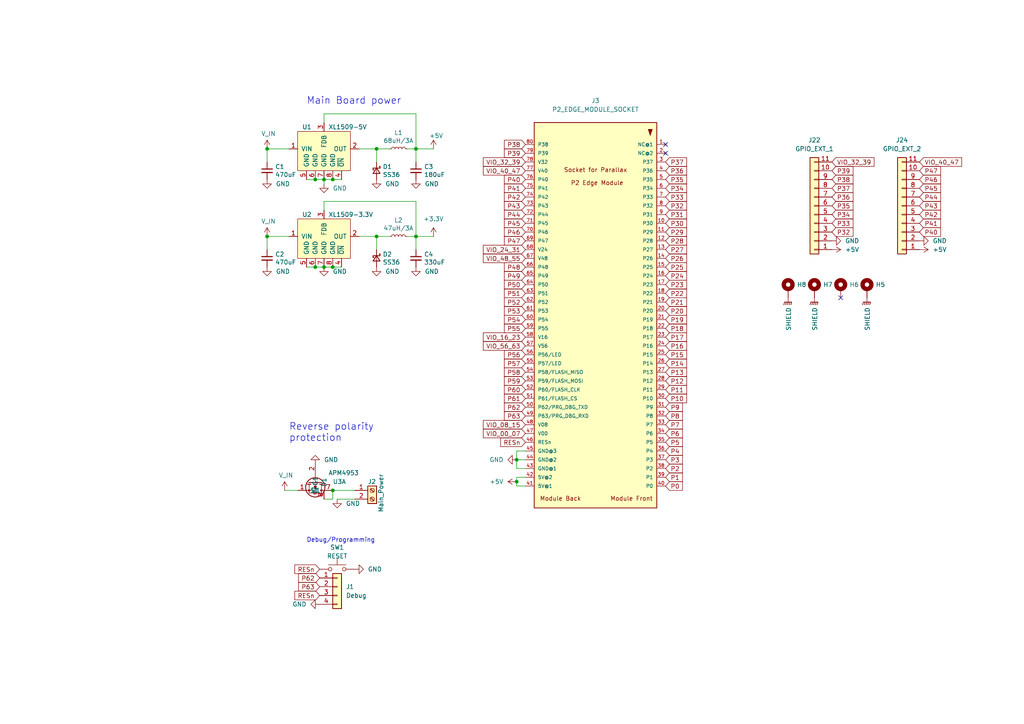
<source format=kicad_sch>
(kicad_sch (version 20230121) (generator eeschema)
  (paper "A4")
  (lib_symbols
    (symbol "Connector:Screw_Terminal_01x02" (pin_names (offset 1.016) hide)
      (property "Reference" "J" (at 0 2.54 0))
      (property "Value" "Screw_Terminal_01x02" (at 0 -5.08 0))
      (symbol "Screw_Terminal_01x02_1_1"
        (rectangle (start -1.27 1.27) (end 1.27 -3.81) (stroke (width 0.254)) (fill (type background)))
        (circle (center 0 -2.54) (radius 0.635) (stroke (width 0.1524)))
        (polyline (pts (xy -0.5334 -2.2098) (xy 0.3302 -3.048)) (stroke (width 0.1524)))
        (polyline (pts (xy -0.5334 0.3302) (xy 0.3302 -0.508)) (stroke (width 0.1524)))
        (polyline (pts (xy -0.3556 -2.032) (xy 0.508 -2.8702)) (stroke (width 0.1524)))
        (polyline (pts (xy -0.3556 0.508) (xy 0.508 -0.3302)) (stroke (width 0.1524)))
        (circle (center 0 0) (radius 0.635) (stroke (width 0.1524)))
        (pin passive line (at -5.08 0 0) (length 3.81) (name "Pin_1") (number "1"))
        (pin passive line (at -5.08 -2.54 0) (length 3.81) (name "Pin_2") (number "2"))
      )
    )
    (symbol "Connector_Generic:Conn_01x04" (pin_names (offset 1.016) hide)
      (property "Reference" "J" (at 0 5.08 0))
      (property "Value" "Conn_01x04" (at 0 -7.62 0))
      (symbol "Conn_01x04_1_1"
        (rectangle (start -1.27 -4.953) (end 0 -5.207) (stroke (width 0.1524)))
        (rectangle (start -1.27 -2.413) (end 0 -2.667) (stroke (width 0.1524)))
        (rectangle (start -1.27 0.127) (end 0 -0.127) (stroke (width 0.1524)))
        (rectangle (start -1.27 2.667) (end 0 2.413) (stroke (width 0.1524)))
        (rectangle (start -1.27 3.81) (end 1.27 -6.35) (stroke (width 0.254)) (fill (type background)))
        (pin passive line (at -5.08 2.54 0) (length 3.81) (name "Pin_1") (number "1"))
        (pin passive line (at -5.08 0 0) (length 3.81) (name "Pin_2") (number "2"))
        (pin passive line (at -5.08 -2.54 0) (length 3.81) (name "Pin_3") (number "3"))
        (pin passive line (at -5.08 -5.08 0) (length 3.81) (name "Pin_4") (number "4"))
      )
    )
    (symbol "Connector_Generic:Conn_01x11" (pin_names (offset 1.016) hide)
      (property "Reference" "J" (at 0 15.24 0))
      (property "Value" "Conn_01x11" (at 0 -15.24 0))
      (symbol "Conn_01x11_1_1"
        (rectangle (start -1.27 -12.573) (end 0 -12.827) (stroke (width 0.1524)))
        (rectangle (start -1.27 -10.033) (end 0 -10.287) (stroke (width 0.1524)))
        (rectangle (start -1.27 -7.493) (end 0 -7.747) (stroke (width 0.1524)))
        (rectangle (start -1.27 -4.953) (end 0 -5.207) (stroke (width 0.1524)))
        (rectangle (start -1.27 -2.413) (end 0 -2.667) (stroke (width 0.1524)))
        (rectangle (start -1.27 0.127) (end 0 -0.127) (stroke (width 0.1524)))
        (rectangle (start -1.27 2.667) (end 0 2.413) (stroke (width 0.1524)))
        (rectangle (start -1.27 5.207) (end 0 4.953) (stroke (width 0.1524)))
        (rectangle (start -1.27 7.747) (end 0 7.493) (stroke (width 0.1524)))
        (rectangle (start -1.27 10.287) (end 0 10.033) (stroke (width 0.1524)))
        (rectangle (start -1.27 12.827) (end 0 12.573) (stroke (width 0.1524)))
        (rectangle (start -1.27 13.97) (end 1.27 -13.97) (stroke (width 0.254)) (fill (type background)))
        (pin passive line (at -5.08 12.7 0) (length 3.81) (name "Pin_1") (number "1"))
        (pin passive line (at -5.08 -10.16 0) (length 3.81) (name "Pin_10") (number "10"))
        (pin passive line (at -5.08 -12.7 0) (length 3.81) (name "Pin_11") (number "11"))
        (pin passive line (at -5.08 10.16 0) (length 3.81) (name "Pin_2") (number "2"))
        (pin passive line (at -5.08 7.62 0) (length 3.81) (name "Pin_3") (number "3"))
        (pin passive line (at -5.08 5.08 0) (length 3.81) (name "Pin_4") (number "4"))
        (pin passive line (at -5.08 2.54 0) (length 3.81) (name "Pin_5") (number "5"))
        (pin passive line (at -5.08 0 0) (length 3.81) (name "Pin_6") (number "6"))
        (pin passive line (at -5.08 -2.54 0) (length 3.81) (name "Pin_7") (number "7"))
        (pin passive line (at -5.08 -5.08 0) (length 3.81) (name "Pin_8") (number "8"))
        (pin passive line (at -5.08 -7.62 0) (length 3.81) (name "Pin_9") (number "9"))
      )
    )
    (symbol "Device:C_Small" (pin_numbers hide) (pin_names (offset 0.254) hide)
      (property "Reference" "C" (at 0.254 1.778 0))
      (property "Value" "C_Small" (at 0.254 -2.032 0))
      (symbol "C_Small_0_1"
        (polyline (pts (xy -1.524 -0.508) (xy 1.524 -0.508)) (stroke (width 0.3302)))
        (polyline (pts (xy -1.524 0.508) (xy 1.524 0.508)) (stroke (width 0.3048)))
      )
      (symbol "C_Small_1_1"
        (pin passive line (at 0 2.54 270) (length 2.032) (name "~") (number "1"))
        (pin passive line (at 0 -2.54 90) (length 2.032) (name "~") (number "2"))
      )
    )
    (symbol "Device:D_Schottky_Small" (pin_numbers hide) (pin_names (offset 0.254) hide)
      (property "Reference" "D" (at -1.27 2.032 0))
      (property "Value" "D_Schottky_Small" (at -7.112 -2.032 0))
      (symbol "D_Schottky_Small_0_1"
        (polyline (pts (xy -0.762 0) (xy 0.762 0)))
        (polyline (pts (xy 0.762 -1.016) (xy -0.762 0) (xy 0.762 1.016) (xy 0.762 -1.016)) (stroke (width 0.254)))
        (polyline (pts (xy -1.27 0.762) (xy -1.27 1.016) (xy -0.762 1.016) (xy -0.762 -1.016) (xy -0.254 -1.016) (xy -0.254 -0.762)) (stroke (width 0.254)))
      )
      (symbol "D_Schottky_Small_1_1"
        (pin passive line (at -2.54 0 0) (length 1.778) (name "K") (number "1"))
        (pin passive line (at 2.54 0 180) (length 1.778) (name "A") (number "2"))
      )
    )
    (symbol "Device:L_Small" (pin_numbers hide) (pin_names (offset 0.254) hide)
      (property "Reference" "L" (at 0.762 1.016 0))
      (property "Value" "L_Small" (at 0.762 -1.016 0))
      (symbol "L_Small_0_1"
        (arc (start 0 -2.032) (mid 0.5058 -1.524) (end 0 -1.016))
        (arc (start 0 -1.016) (mid 0.5058 -0.508) (end 0 0))
        (arc (start 0 0) (mid 0.5058 0.508) (end 0 1.016))
        (arc (start 0 1.016) (mid 0.5058 1.524) (end 0 2.032))
      )
      (symbol "L_Small_1_1"
        (pin passive line (at 0 2.54 270) (length 0.508) (name "~") (number "1"))
        (pin passive line (at 0 -2.54 90) (length 0.508) (name "~") (number "2"))
      )
    )
    (symbol "Mechanical:MountingHole_Pad" (pin_numbers hide) (pin_names (offset 1.016) hide)
      (property "Reference" "H" (at 0 6.35 0))
      (property "Value" "MountingHole_Pad" (at 0 4.445 0))
      (symbol "MountingHole_Pad_0_1"
        (circle (center 0 1.27) (radius 1.27) (stroke (width 1.27)))
      )
      (symbol "MountingHole_Pad_1_1"
        (pin input line (at 0 -2.54 90) (length 2.54) (name "1") (number "1"))
      )
    )
    (symbol "P2_EDGE_MODULE_SOCKET:P2_EDGE_MODULE_SOCKET" (pin_names (offset 1.016))
      (property "Reference" "J" (at 0 0 0))
      (property "Value" "P2_EDGE_MODULE_SOCKET" (at 0 -2.54 0))
      (symbol "P2_EDGE_MODULE_SOCKET_0_0"
        (rectangle (start -17.78 -55.88) (end 17.78 55.88) (stroke (width 0.25)) (fill (type background)))
        (polyline (pts (xy 15.24 53.975) (xy 15.875 52.07) (xy 16.51 53.975) (xy 16.51 53.975) (xy 15.24 53.975)) (stroke (width 0.002)) (fill (type outline)))
        (text "Module Back" (at -16.16 -52.41 0) (effects (font (size 1.233 1.233)) (justify left top)))
        (text "Module Front" (at 4.27 -52.41 0) (effects (font (size 1.233 1.233)) (justify left top)))
        (text "P2 Edge Module" (at 0.479 39.133 0) (effects (font (size 1.233 1.233)) (justify top)))
        (text "Socket for Parallax " (at 0.479 42.906 0) (effects (font (size 1.233 1.233)) (justify top)))
        (pin no_connect line (at 20.32 49.53 180) (length 2.54) (name "NC@1") (number "1"))
        (pin bidirectional line (at 20.32 26.67 180) (length 2.54) (name "P30") (number "10"))
        (pin bidirectional line (at 20.32 24.13 180) (length 2.54) (name "P29") (number "11"))
        (pin bidirectional line (at 20.32 21.59 180) (length 2.54) (name "P28") (number "12"))
        (pin bidirectional line (at 20.32 19.05 180) (length 2.54) (name "P27") (number "13"))
        (pin bidirectional line (at 20.32 16.51 180) (length 2.54) (name "P26") (number "14"))
        (pin bidirectional line (at 20.32 13.97 180) (length 2.54) (name "P25") (number "15"))
        (pin bidirectional line (at 20.32 11.43 180) (length 2.54) (name "P24") (number "16"))
        (pin bidirectional line (at 20.32 8.89 180) (length 2.54) (name "P23") (number "17"))
        (pin bidirectional line (at 20.32 6.35 180) (length 2.54) (name "P22") (number "18"))
        (pin bidirectional line (at 20.32 3.81 180) (length 2.54) (name "P21") (number "19"))
        (pin no_connect line (at 20.32 46.99 180) (length 2.54) (name "NC@2") (number "2"))
        (pin bidirectional line (at 20.32 1.27 180) (length 2.54) (name "P20") (number "20"))
        (pin bidirectional line (at 20.32 -1.27 180) (length 2.54) (name "P19") (number "21"))
        (pin bidirectional line (at 20.32 -3.81 180) (length 2.54) (name "P18") (number "22"))
        (pin bidirectional line (at 20.32 -6.35 180) (length 2.54) (name "P17") (number "23"))
        (pin bidirectional line (at 20.32 -8.89 180) (length 2.54) (name "P16") (number "24"))
        (pin bidirectional line (at 20.32 -11.43 180) (length 2.54) (name "P15") (number "25"))
        (pin bidirectional line (at 20.32 -13.97 180) (length 2.54) (name "P14") (number "26"))
        (pin bidirectional line (at 20.32 -16.51 180) (length 2.54) (name "P13") (number "27"))
        (pin bidirectional line (at 20.32 -19.05 180) (length 2.54) (name "P12") (number "28"))
        (pin bidirectional line (at 20.32 -21.59 180) (length 2.54) (name "P11") (number "29"))
        (pin bidirectional line (at 20.32 44.45 180) (length 2.54) (name "P37") (number "3"))
        (pin bidirectional line (at 20.32 -24.13 180) (length 2.54) (name "P10") (number "30"))
        (pin bidirectional line (at 20.32 -26.67 180) (length 2.54) (name "P9") (number "31"))
        (pin bidirectional line (at 20.32 -29.21 180) (length 2.54) (name "P8") (number "32"))
        (pin bidirectional line (at 20.32 -31.75 180) (length 2.54) (name "P7") (number "33"))
        (pin bidirectional line (at 20.32 -34.29 180) (length 2.54) (name "P6") (number "34"))
        (pin bidirectional line (at 20.32 -36.83 180) (length 2.54) (name "P5") (number "35"))
        (pin bidirectional line (at 20.32 -39.37 180) (length 2.54) (name "P4") (number "36"))
        (pin bidirectional line (at 20.32 -41.91 180) (length 2.54) (name "P3") (number "37"))
        (pin bidirectional line (at 20.32 -44.45 180) (length 2.54) (name "P2") (number "38"))
        (pin bidirectional line (at 20.32 -46.99 180) (length 2.54) (name "P1") (number "39"))
        (pin bidirectional line (at 20.32 41.91 180) (length 2.54) (name "P36") (number "4"))
        (pin bidirectional line (at 20.32 -49.53 180) (length 2.54) (name "P0") (number "40"))
        (pin power_in line (at -20.32 -49.53 0) (length 2.54) (name "5V@1") (number "41"))
        (pin power_in line (at -20.32 -46.99 0) (length 2.54) (name "5V@2") (number "42"))
        (pin power_in line (at -20.32 -44.45 0) (length 2.54) (name "GND@1") (number "43"))
        (pin power_in line (at -20.32 -41.91 0) (length 2.54) (name "GND@2") (number "44"))
        (pin power_out line (at -20.32 -39.37 0) (length 2.54) (name "GND@3") (number "45"))
        (pin input line (at -20.32 -36.83 0) (length 2.54) (name "RESn") (number "46"))
        (pin power_out line (at -20.32 -34.29 0) (length 2.54) (name "V00") (number "47"))
        (pin power_out line (at -20.32 -31.75 0) (length 2.54) (name "V08") (number "48"))
        (pin input line (at -20.32 -29.21 0) (length 2.54) (name "P63/PRG_DBG_RXD") (number "49"))
        (pin bidirectional line (at 20.32 39.37 180) (length 2.54) (name "P35") (number "5"))
        (pin output line (at -20.32 -26.67 0) (length 2.54) (name "P62/PRG_DBG_TXD") (number "50"))
        (pin output line (at -20.32 -24.13 0) (length 2.54) (name "P61/FLASH_CS") (number "51"))
        (pin output line (at -20.32 -21.59 0) (length 2.54) (name "P60/FLASH_CLK") (number "52"))
        (pin output line (at -20.32 -19.05 0) (length 2.54) (name "P59/FLASH_MOSI") (number "53"))
        (pin input line (at -20.32 -16.51 0) (length 2.54) (name "P58/FLASH_MISO") (number "54"))
        (pin bidirectional line (at -20.32 -13.97 0) (length 2.54) (name "P57/LED") (number "55"))
        (pin bidirectional line (at -20.32 -11.43 0) (length 2.54) (name "P56/LED") (number "56"))
        (pin power_out line (at -20.32 -8.89 0) (length 2.54) (name "V56") (number "57"))
        (pin power_out line (at -20.32 -6.35 0) (length 2.54) (name "V16") (number "58"))
        (pin bidirectional line (at -20.32 -3.81 0) (length 2.54) (name "P55") (number "59"))
        (pin bidirectional line (at 20.32 36.83 180) (length 2.54) (name "P34") (number "6"))
        (pin bidirectional line (at -20.32 -1.27 0) (length 2.54) (name "P54") (number "60"))
        (pin bidirectional line (at -20.32 1.27 0) (length 2.54) (name "P53") (number "61"))
        (pin bidirectional line (at -20.32 3.81 0) (length 2.54) (name "P52") (number "62"))
        (pin bidirectional line (at -20.32 6.35 0) (length 2.54) (name "P51") (number "63"))
        (pin bidirectional line (at -20.32 8.89 0) (length 2.54) (name "P50") (number "64"))
        (pin bidirectional line (at -20.32 11.43 0) (length 2.54) (name "P49") (number "65"))
        (pin bidirectional line (at -20.32 13.97 0) (length 2.54) (name "P48") (number "66"))
        (pin power_out line (at -20.32 16.51 0) (length 2.54) (name "V48") (number "67"))
        (pin power_out line (at -20.32 19.05 0) (length 2.54) (name "V24") (number "68"))
        (pin bidirectional line (at -20.32 21.59 0) (length 2.54) (name "P47") (number "69"))
        (pin bidirectional line (at 20.32 34.29 180) (length 2.54) (name "P33") (number "7"))
        (pin bidirectional line (at -20.32 24.13 0) (length 2.54) (name "P46") (number "70"))
        (pin bidirectional line (at -20.32 26.67 0) (length 2.54) (name "P45") (number "71"))
        (pin bidirectional line (at -20.32 29.21 0) (length 2.54) (name "P44") (number "72"))
        (pin bidirectional line (at -20.32 31.75 0) (length 2.54) (name "P43") (number "73"))
        (pin bidirectional line (at -20.32 34.29 0) (length 2.54) (name "P42") (number "74"))
        (pin bidirectional line (at -20.32 36.83 0) (length 2.54) (name "P41") (number "75"))
        (pin bidirectional line (at -20.32 39.37 0) (length 2.54) (name "P40") (number "76"))
        (pin power_out line (at -20.32 41.91 0) (length 2.54) (name "V40") (number "77"))
        (pin power_out line (at -20.32 44.45 0) (length 2.54) (name "V32") (number "78"))
        (pin bidirectional line (at -20.32 46.99 0) (length 2.54) (name "P39") (number "79"))
        (pin bidirectional line (at 20.32 31.75 180) (length 2.54) (name "P32") (number "8"))
        (pin bidirectional line (at -20.32 49.53 0) (length 2.54) (name "P38") (number "80"))
        (pin bidirectional line (at 20.32 29.21 180) (length 2.54) (name "P31") (number "9"))
      )
    )
    (symbol "Switch:SW_Push" (pin_numbers hide) (pin_names (offset 1.016) hide)
      (property "Reference" "SW" (at 1.27 2.54 0))
      (property "Value" "SW_Push" (at 0 -1.524 0))
      (symbol "SW_Push_0_1"
        (circle (center -2.032 0) (radius 0.508))
        (polyline (pts (xy 0 1.27) (xy 0 3.048)))
        (polyline (pts (xy 2.54 1.27) (xy -2.54 1.27)))
        (circle (center 2.032 0) (radius 0.508))
        (pin passive line (at -5.08 0 0) (length 2.54) (name "1") (number "1"))
        (pin passive line (at 5.08 0 180) (length 2.54) (name "2") (number "2"))
      )
    )
    (symbol "Tensile_Board:APM4953" (pin_names (offset 1.016))
      (property "Reference" "U" (at 3.81 0 0))
      (property "Value" "APM4953" (at 6.35 -2.54 0))
      (symbol "APM4953_1_1"
        (circle (center -0.889 0) (radius 2.794) (stroke (width 0.254)))
        (circle (center 0 -1.778) (radius 0.254) (fill (type outline)))
        (polyline (pts (xy -2.286 0) (xy -5.08 0)))
        (polyline (pts (xy -2.286 1.905) (xy -2.286 -1.905)) (stroke (width 0.254)))
        (polyline (pts (xy -1.778 -1.27) (xy -1.778 -2.286)) (stroke (width 0.254)))
        (polyline (pts (xy -1.778 0.508) (xy -1.778 -0.508)) (stroke (width 0.254)))
        (polyline (pts (xy -1.778 2.286) (xy -1.778 1.27)) (stroke (width 0.254)))
        (polyline (pts (xy 0 2.54) (xy 0 1.778)))
        (polyline (pts (xy 0 -2.54) (xy 0 0) (xy -1.778 0)))
        (polyline (pts (xy -1.778 1.778) (xy 0.762 1.778) (xy 0.762 -1.778) (xy -1.778 -1.778)))
        (polyline (pts (xy -0.254 0) (xy -1.27 0.381) (xy -1.27 -0.381) (xy -0.254 0)) (fill (type outline)))
        (polyline (pts (xy 0.254 -0.508) (xy 0.381 -0.381) (xy 1.143 -0.381) (xy 1.27 -0.254)))
        (polyline (pts (xy 0.762 -0.381) (xy 0.381 0.254) (xy 1.143 0.254) (xy 0.762 -0.381)))
        (circle (center 0 1.778) (radius 0.254) (fill (type outline)))
        (pin passive line (at 0 -5.08 90) (length 2.54) (name "S1") (number "1"))
        (pin input line (at -7.62 0 0) (length 2.54) (name "G1") (number "2"))
        (pin passive line (at 0 5.08 270) (length 2.54) (name "D1") (number "7"))
        (pin passive line (at 2.54 2.54 180) (length 2.54) (name "D1") (number "8"))
      )
      (symbol "APM4953_2_1"
        (circle (center -0.889 0) (radius 2.794) (stroke (width 0.254)))
        (circle (center 0 -1.778) (radius 0.254) (fill (type outline)))
        (polyline (pts (xy -2.286 0) (xy -5.08 0)))
        (polyline (pts (xy -2.286 1.905) (xy -2.286 -1.905)) (stroke (width 0.254)))
        (polyline (pts (xy -1.778 -1.27) (xy -1.778 -2.286)) (stroke (width 0.254)))
        (polyline (pts (xy -1.778 0.508) (xy -1.778 -0.508)) (stroke (width 0.254)))
        (polyline (pts (xy -1.778 2.286) (xy -1.778 1.27)) (stroke (width 0.254)))
        (polyline (pts (xy 0 2.54) (xy 0 1.778)))
        (polyline (pts (xy 0 -2.54) (xy 0 0) (xy -1.778 0)))
        (polyline (pts (xy -1.778 1.778) (xy 0.762 1.778) (xy 0.762 -1.778) (xy -1.778 -1.778)))
        (polyline (pts (xy -0.254 0) (xy -1.27 0.381) (xy -1.27 -0.381) (xy -0.254 0)) (fill (type outline)))
        (polyline (pts (xy 0.254 -0.508) (xy 0.381 -0.381) (xy 1.143 -0.381) (xy 1.27 -0.254)))
        (polyline (pts (xy 0.762 -0.381) (xy 0.381 0.254) (xy 1.143 0.254) (xy 0.762 -0.381)))
        (circle (center 0 1.778) (radius 0.254) (fill (type outline)))
        (pin passive line (at 0 -5.08 90) (length 2.54) (name "S2") (number "3"))
        (pin input line (at -7.62 0 0) (length 2.54) (name "G2") (number "4"))
        (pin passive line (at 0 5.08 270) (length 2.54) (name "D2") (number "5"))
        (pin passive line (at 2.54 2.54 180) (length 2.54) (name "D2") (number "6"))
      )
    )
    (symbol "Tensile_Board:SHIELD" (power) (pin_names (offset 0))
      (property "Value" "SHIELD" (at 0 -3.302 0))
      (symbol "SHIELD_0_1"
        (polyline (pts (xy 0 -1.27) (xy 0 0)))
        (polyline (pts (xy -1.016 -1.27) (xy -1.27 -2.032) (xy -1.27 -2.032)) (stroke (width 0.2032)))
        (polyline (pts (xy -0.508 -1.27) (xy -0.762 -2.032) (xy -0.762 -2.032)) (stroke (width 0.2032)))
        (polyline (pts (xy 0 -1.27) (xy -0.254 -2.032) (xy -0.254 -2.032)) (stroke (width 0.2032)))
        (polyline (pts (xy 0.508 -1.27) (xy 0.254 -2.032) (xy 0.254 -2.032)) (stroke (width 0.2032)))
        (polyline (pts (xy 1.016 -1.27) (xy -1.016 -1.27) (xy -1.016 -1.27)) (stroke (width 0.2032)))
        (polyline (pts (xy 1.016 -1.27) (xy 0.762 -2.032) (xy 0.762 -2.032) (xy 0.762 -2.032)) (stroke (width 0.2032)))
      )
      (symbol "SHIELD_1_1"
        (pin power_in line (at 0 0 270) (length 0) hide (name "SHIELD") (number "1"))
      )
    )
    (symbol "Tensile_Board:V_IN" (power) (pin_names (offset 0))
      (property "Value" "V_IN" (at 0 3.556 0))
      (symbol "V_IN_0_1"
        (polyline (pts (xy -0.762 1.27) (xy 0 2.54)))
        (polyline (pts (xy 0 0) (xy 0 2.54)))
        (polyline (pts (xy 0 2.54) (xy 0.762 1.27)))
      )
      (symbol "V_IN_1_1"
        (pin power_in line (at 0 0 90) (length 0) hide (name "V_IN") (number "1"))
      )
    )
    (symbol "Tensile_Board:XL1509" (pin_names (offset 1.016))
      (property "Reference" "U" (at -6.35 6.35 0))
      (property "Value" "XL1509" (at 3.81 6.35 0))
      (symbol "XL1509_0_1"
        (rectangle (start -7.62 5.08) (end 7.62 -6.35) (fill (type background)))
      )
      (symbol "XL1509_1_1"
        (pin input line (at -10.16 0 0) (length 2.54) (name "VIN") (number "1"))
        (pin input line (at 10.16 0 180) (length 2.54) (name "OUT") (number "2"))
        (pin input line (at 0 7.62 270) (length 2.54) (name "FDB") (number "3"))
        (pin input line (at 5.08 -8.89 90) (length 2.54) (name "~{ON}") (number "4"))
        (pin input line (at -5.08 -8.89 90) (length 2.54) (name "GND") (number "5"))
        (pin input line (at -2.54 -8.89 90) (length 2.54) (name "GND") (number "6"))
        (pin input line (at 0 -8.89 90) (length 2.54) (name "GND") (number "7"))
        (pin input line (at 2.54 -8.89 90) (length 2.54) (name "GND") (number "8"))
      )
    )
    (symbol "power:+3.3V" (power) (pin_names (offset 0))
      (property "Value" "+3.3V" (at 0 3.556 0))
      (symbol "+3.3V_0_1"
        (polyline (pts (xy -0.762 1.27) (xy 0 2.54)))
        (polyline (pts (xy 0 0) (xy 0 2.54)))
        (polyline (pts (xy 0 2.54) (xy 0.762 1.27)))
      )
      (symbol "+3.3V_1_1"
        (pin power_in line (at 0 0 90) (length 0) hide (name "+3.3V") (number "1"))
      )
    )
    (symbol "power:+5V" (power) (pin_names (offset 0))
      (property "Value" "+5V" (at 0 3.556 0))
      (symbol "+5V_0_1"
        (polyline (pts (xy -0.762 1.27) (xy 0 2.54)))
        (polyline (pts (xy 0 0) (xy 0 2.54)))
        (polyline (pts (xy 0 2.54) (xy 0.762 1.27)))
      )
      (symbol "+5V_1_1"
        (pin power_in line (at 0 0 90) (length 0) hide (name "+5V") (number "1"))
      )
    )
    (symbol "power:GND" (power) (pin_names (offset 0))
      (property "Value" "GND" (at 0 -3.81 0))
      (symbol "GND_0_1"
        (polyline (pts (xy 0 0) (xy 0 -1.27) (xy 1.27 -1.27) (xy 0 -2.54) (xy -1.27 -1.27) (xy 0 -1.27)))
      )
      (symbol "GND_1_1"
        (pin power_in line (at 0 0 270) (length 0) hide (name "GND") (number "1"))
      )
    )
  )
  (junction (at 91.44 77.47))
  (junction (at 149.86 139.7))
  (junction (at 96.52 77.47))
  (junction (at 77.47 68.58))
  (junction (at 91.44 52.07))
  (junction (at 120.65 43.18))
  (junction (at 109.22 43.18))
  (junction (at 96.52 52.07))
  (junction (at 149.86 133.35))
  (junction (at 120.65 68.58))
  (junction (at 93.98 77.47))
  (junction (at 93.98 52.07))
  (junction (at 77.47 43.18))
  (junction (at 109.22 68.58))
  (junction (at 96.52 142.24))
  (no_connect (at 193.04 41.91))
  (no_connect (at 193.04 44.45))
  (no_connect (at 243.84 86.36))
  (wire (pts (xy 149.86 139.7) (xy 149.86 138.43)))
  (wire (pts (xy 96.52 144.78) (xy 96.52 142.24)))
  (wire (pts (xy 104.14 68.58) (xy 109.22 68.58)))
  (wire (pts (xy 96.52 142.24) (xy 102.87 142.24)))
  (wire (pts (xy 96.52 52.07) (xy 99.06 52.07)))
  (wire (pts (xy 97.79 144.78) (xy 102.87 144.78)))
  (wire (pts (xy 149.86 133.35) (xy 152.4 133.35)))
  (wire (pts (xy 93.98 52.07) (xy 96.52 52.07)))
  (wire (pts (xy 93.98 52.07) (xy 93.98 53.34)))
  (wire (pts (xy 120.65 68.58) (xy 125.73 68.58)))
  (wire (pts (xy 120.65 33.02) (xy 93.98 33.02)))
  (wire (pts (xy 149.86 133.35) (xy 149.86 135.89)))
  (wire (pts (xy 120.65 43.18) (xy 120.65 46.99)))
  (wire (pts (xy 149.86 140.97) (xy 152.4 140.97)))
  (wire (pts (xy 93.98 33.02) (xy 93.98 35.56)))
  (wire (pts (xy 109.22 43.18) (xy 109.22 46.99)))
  (wire (pts (xy 88.9 77.47) (xy 91.44 77.47)))
  (wire (pts (xy 91.44 52.07) (xy 93.98 52.07)))
  (wire (pts (xy 120.65 58.42) (xy 93.98 58.42)))
  (wire (pts (xy 88.9 52.07) (xy 91.44 52.07)))
  (wire (pts (xy 77.47 43.18) (xy 83.82 43.18)))
  (wire (pts (xy 109.22 43.18) (xy 113.03 43.18)))
  (wire (pts (xy 120.65 43.18) (xy 125.73 43.18)))
  (wire (pts (xy 93.98 77.47) (xy 96.52 77.47)))
  (wire (pts (xy 149.86 139.7) (xy 149.86 140.97)))
  (wire (pts (xy 118.11 43.18) (xy 120.65 43.18)))
  (wire (pts (xy 82.55 142.24) (xy 86.36 142.24)))
  (wire (pts (xy 118.11 68.58) (xy 120.65 68.58)))
  (wire (pts (xy 149.86 138.43) (xy 152.4 138.43)))
  (wire (pts (xy 120.65 68.58) (xy 120.65 72.39)))
  (wire (pts (xy 109.22 68.58) (xy 113.03 68.58)))
  (wire (pts (xy 149.86 130.81) (xy 152.4 130.81)))
  (wire (pts (xy 149.86 135.89) (xy 152.4 135.89)))
  (wire (pts (xy 77.47 68.58) (xy 83.82 68.58)))
  (wire (pts (xy 93.98 144.78) (xy 96.52 144.78)))
  (wire (pts (xy 93.98 58.42) (xy 93.98 60.96)))
  (wire (pts (xy 109.22 68.58) (xy 109.22 72.39)))
  (wire (pts (xy 149.86 133.35) (xy 149.86 130.81)))
  (wire (pts (xy 77.47 72.39) (xy 77.47 68.58)))
  (wire (pts (xy 91.44 77.47) (xy 93.98 77.47)))
  (wire (pts (xy 77.47 46.99) (xy 77.47 43.18)))
  (wire (pts (xy 96.52 77.47) (xy 99.06 77.47)))
  (wire (pts (xy 104.14 43.18) (xy 109.22 43.18)))
  (wire (pts (xy 120.65 33.02) (xy 120.65 43.18)))
  (wire (pts (xy 120.65 58.42) (xy 120.65 68.58)))
  (text "Debug/Programming" (at 88.9 157.48 0) (effects (font (size 1.27 1.27)) (justify left bottom)))
  (text "Main Board power" (at 88.9 30.48 0) (effects (font (size 2.0066 2.0066)) (justify left bottom)))
  (text "Reverse polarity\nprotection" (at 83.82 128.27 0) (effects (font (size 2.0066 2.0066)) (justify left bottom)))
  (global_label "P33" (shape input) (at 193.04 57.15 0) (property "Intersheetrefs" "${INTERSHEET_REFS}" (effects hide)))
  (global_label "P37" (shape input) (at 241.3 54.61 0) (property "Intersheetrefs" "${INTERSHEET_REFS}" (effects hide)))
  (global_label "P56" (shape input) (at 152.4 102.87 180) (property "Intersheetrefs" "${INTERSHEET_REFS}" (effects hide)))
  (global_label "P35" (shape input) (at 241.3 59.69 0) (property "Intersheetrefs" "${INTERSHEET_REFS}" (effects hide)))
  (global_label "VIO_48_55" (shape input) (at 152.4 74.93 180) (property "Intersheetrefs" "${INTERSHEET_REFS}" (effects hide)))
  (global_label "P45" (shape input) (at 266.7 54.61 0) (property "Intersheetrefs" "${INTERSHEET_REFS}" (effects hide)))
  (global_label "P41" (shape input) (at 266.7 64.77 0) (property "Intersheetrefs" "${INTERSHEET_REFS}" (effects hide)))
  (global_label "P36" (shape input) (at 241.3 57.15 0) (property "Intersheetrefs" "${INTERSHEET_REFS}" (effects hide)))
  (global_label "P54" (shape input) (at 152.4 92.71 180) (property "Intersheetrefs" "${INTERSHEET_REFS}" (effects hide)))
  (global_label "P22" (shape input) (at 193.04 85.09 0) (property "Intersheetrefs" "${INTERSHEET_REFS}" (effects hide)))
  (global_label "P34" (shape input) (at 241.3 62.23 0) (property "Intersheetrefs" "${INTERSHEET_REFS}" (effects hide)))
  (global_label "P48" (shape input) (at 152.4 77.47 180) (property "Intersheetrefs" "${INTERSHEET_REFS}" (effects hide)))
  (global_label "P11" (shape input) (at 193.04 113.03 0) (property "Intersheetrefs" "${INTERSHEET_REFS}" (effects hide)))
  (global_label "P34" (shape input) (at 193.04 54.61 0) (property "Intersheetrefs" "${INTERSHEET_REFS}" (effects hide)))
  (global_label "P63" (shape input) (at 152.4 120.65 180) (property "Intersheetrefs" "${INTERSHEET_REFS}" (effects hide)))
  (global_label "P19" (shape input) (at 193.04 92.71 0) (property "Intersheetrefs" "${INTERSHEET_REFS}" (effects hide)))
  (global_label "P53" (shape input) (at 152.4 90.17 180) (property "Intersheetrefs" "${INTERSHEET_REFS}" (effects hide)))
  (global_label "VIO_40_47" (shape input) (at 266.7 46.99 0) (property "Intersheetrefs" "${INTERSHEET_REFS}" (effects hide)))
  (global_label "P0" (shape input) (at 193.04 140.97 0) (property "Intersheetrefs" "${INTERSHEET_REFS}" (effects hide)))
  (global_label "P41" (shape input) (at 152.4 54.61 180) (property "Intersheetrefs" "${INTERSHEET_REFS}" (effects hide)))
  (global_label "P60" (shape input) (at 152.4 113.03 180) (property "Intersheetrefs" "${INTERSHEET_REFS}" (effects hide)))
  (global_label "P42" (shape input) (at 266.7 62.23 0) (property "Intersheetrefs" "${INTERSHEET_REFS}" (effects hide)))
  (global_label "P62" (shape input) (at 92.71 167.64 180) (property "Intersheetrefs" "${INTERSHEET_REFS}" (effects hide)))
  (global_label "P51" (shape input) (at 152.4 85.09 180) (property "Intersheetrefs" "${INTERSHEET_REFS}" (effects hide)))
  (global_label "P58" (shape input) (at 152.4 107.95 180) (property "Intersheetrefs" "${INTERSHEET_REFS}" (effects hide)))
  (global_label "P25" (shape input) (at 193.04 77.47 0) (property "Intersheetrefs" "${INTERSHEET_REFS}" (effects hide)))
  (global_label "P61" (shape input) (at 152.4 115.57 180) (property "Intersheetrefs" "${INTERSHEET_REFS}" (effects hide)))
  (global_label "RESn" (shape input) (at 152.4 128.27 180) (property "Intersheetrefs" "${INTERSHEET_REFS}" (effects hide)))
  (global_label "P18" (shape input) (at 193.04 95.25 0) (property "Intersheetrefs" "${INTERSHEET_REFS}" (effects hide)))
  (global_label "VIO_32_39" (shape input) (at 241.3 46.99 0) (property "Intersheetrefs" "${INTERSHEET_REFS}" (effects hide)))
  (global_label "P7" (shape input) (at 193.04 123.19 0) (property "Intersheetrefs" "${INTERSHEET_REFS}" (effects hide)))
  (global_label "P31" (shape input) (at 193.04 62.23 0) (property "Intersheetrefs" "${INTERSHEET_REFS}" (effects hide)))
  (global_label "P50" (shape input) (at 152.4 82.55 180) (property "Intersheetrefs" "${INTERSHEET_REFS}" (effects hide)))
  (global_label "P29" (shape input) (at 193.04 67.31 0) (property "Intersheetrefs" "${INTERSHEET_REFS}" (effects hide)))
  (global_label "P39" (shape input) (at 241.3 49.53 0) (property "Intersheetrefs" "${INTERSHEET_REFS}" (effects hide)))
  (global_label "RESn" (shape input) (at 92.71 172.72 180) (property "Intersheetrefs" "${INTERSHEET_REFS}" (effects hide)))
  (global_label "P52" (shape input) (at 152.4 87.63 180) (property "Intersheetrefs" "${INTERSHEET_REFS}" (effects hide)))
  (global_label "P8" (shape input) (at 193.04 120.65 0) (property "Intersheetrefs" "${INTERSHEET_REFS}" (effects hide)))
  (global_label "RESn" (shape input) (at 92.71 165.1 180) (property "Intersheetrefs" "${INTERSHEET_REFS}" (effects hide)))
  (global_label "P24" (shape input) (at 193.04 80.01 0) (property "Intersheetrefs" "${INTERSHEET_REFS}" (effects hide)))
  (global_label "P59" (shape input) (at 152.4 110.49 180) (property "Intersheetrefs" "${INTERSHEET_REFS}" (effects hide)))
  (global_label "P43" (shape input) (at 152.4 59.69 180) (property "Intersheetrefs" "${INTERSHEET_REFS}" (effects hide)))
  (global_label "P20" (shape input) (at 193.04 90.17 0) (property "Intersheetrefs" "${INTERSHEET_REFS}" (effects hide)))
  (global_label "P13" (shape input) (at 193.04 107.95 0) (property "Intersheetrefs" "${INTERSHEET_REFS}" (effects hide)))
  (global_label "P44" (shape input) (at 266.7 57.15 0) (property "Intersheetrefs" "${INTERSHEET_REFS}" (effects hide)))
  (global_label "VIO_56_63" (shape input) (at 152.4 100.33 180) (property "Intersheetrefs" "${INTERSHEET_REFS}" (effects hide)))
  (global_label "P35" (shape input) (at 193.04 52.07 0) (property "Intersheetrefs" "${INTERSHEET_REFS}" (effects hide)))
  (global_label "P38" (shape input) (at 241.3 52.07 0) (property "Intersheetrefs" "${INTERSHEET_REFS}" (effects hide)))
  (global_label "VIO_16_23" (shape input) (at 152.4 97.79 180) (property "Intersheetrefs" "${INTERSHEET_REFS}" (effects hide)))
  (global_label "P30" (shape input) (at 193.04 64.77 0) (property "Intersheetrefs" "${INTERSHEET_REFS}" (effects hide)))
  (global_label "P46" (shape input) (at 266.7 52.07 0) (property "Intersheetrefs" "${INTERSHEET_REFS}" (effects hide)))
  (global_label "P15" (shape input) (at 193.04 102.87 0) (property "Intersheetrefs" "${INTERSHEET_REFS}" (effects hide)))
  (global_label "P28" (shape input) (at 193.04 69.85 0) (property "Intersheetrefs" "${INTERSHEET_REFS}" (effects hide)))
  (global_label "P9" (shape input) (at 193.04 118.11 0) (property "Intersheetrefs" "${INTERSHEET_REFS}" (effects hide)))
  (global_label "P12" (shape input) (at 193.04 110.49 0) (property "Intersheetrefs" "${INTERSHEET_REFS}" (effects hide)))
  (global_label "P21" (shape input) (at 193.04 87.63 0) (property "Intersheetrefs" "${INTERSHEET_REFS}" (effects hide)))
  (global_label "P42" (shape input) (at 152.4 57.15 180) (property "Intersheetrefs" "${INTERSHEET_REFS}" (effects hide)))
  (global_label "P26" (shape input) (at 193.04 74.93 0) (property "Intersheetrefs" "${INTERSHEET_REFS}" (effects hide)))
  (global_label "P37" (shape input) (at 193.04 46.99 0) (property "Intersheetrefs" "${INTERSHEET_REFS}" (effects hide)))
  (global_label "P62" (shape input) (at 152.4 118.11 180) (property "Intersheetrefs" "${INTERSHEET_REFS}" (effects hide)))
  (global_label "VIO_32_39" (shape input) (at 152.4 46.99 180) (property "Intersheetrefs" "${INTERSHEET_REFS}" (effects hide)))
  (global_label "P32" (shape input) (at 193.04 59.69 0) (property "Intersheetrefs" "${INTERSHEET_REFS}" (effects hide)))
  (global_label "P38" (shape input) (at 152.4 41.91 180) (property "Intersheetrefs" "${INTERSHEET_REFS}" (effects hide)))
  (global_label "P17" (shape input) (at 193.04 97.79 0) (property "Intersheetrefs" "${INTERSHEET_REFS}" (effects hide)))
  (global_label "P10" (shape input) (at 193.04 115.57 0) (property "Intersheetrefs" "${INTERSHEET_REFS}" (effects hide)))
  (global_label "P46" (shape input) (at 152.4 67.31 180) (property "Intersheetrefs" "${INTERSHEET_REFS}" (effects hide)))
  (global_label "P43" (shape input) (at 266.7 59.69 0) (property "Intersheetrefs" "${INTERSHEET_REFS}" (effects hide)))
  (global_label "P2" (shape input) (at 193.04 135.89 0) (property "Intersheetrefs" "${INTERSHEET_REFS}" (effects hide)))
  (global_label "P49" (shape input) (at 152.4 80.01 180) (property "Intersheetrefs" "${INTERSHEET_REFS}" (effects hide)))
  (global_label "P14" (shape input) (at 193.04 105.41 0) (property "Intersheetrefs" "${INTERSHEET_REFS}" (effects hide)))
  (global_label "P39" (shape input) (at 152.4 44.45 180) (property "Intersheetrefs" "${INTERSHEET_REFS}" (effects hide)))
  (global_label "P3" (shape input) (at 193.04 133.35 0) (property "Intersheetrefs" "${INTERSHEET_REFS}" (effects hide)))
  (global_label "P4" (shape input) (at 193.04 130.81 0) (property "Intersheetrefs" "${INTERSHEET_REFS}" (effects hide)))
  (global_label "P47" (shape input) (at 152.4 69.85 180) (property "Intersheetrefs" "${INTERSHEET_REFS}" (effects hide)))
  (global_label "P44" (shape input) (at 152.4 62.23 180) (property "Intersheetrefs" "${INTERSHEET_REFS}" (effects hide)))
  (global_label "P40" (shape input) (at 266.7 67.31 0) (property "Intersheetrefs" "${INTERSHEET_REFS}" (effects hide)))
  (global_label "VIO_00_07" (shape input) (at 152.4 125.73 180) (property "Intersheetrefs" "${INTERSHEET_REFS}" (effects hide)))
  (global_label "P40" (shape input) (at 152.4 52.07 180) (property "Intersheetrefs" "${INTERSHEET_REFS}" (effects hide)))
  (global_label "P57" (shape input) (at 152.4 105.41 180) (property "Intersheetrefs" "${INTERSHEET_REFS}" (effects hide)))
  (global_label "P47" (shape input) (at 266.7 49.53 0) (property "Intersheetrefs" "${INTERSHEET_REFS}" (effects hide)))
  (global_label "P55" (shape input) (at 152.4 95.25 180) (property "Intersheetrefs" "${INTERSHEET_REFS}" (effects hide)))
  (global_label "P23" (shape input) (at 193.04 82.55 0) (property "Intersheetrefs" "${INTERSHEET_REFS}" (effects hide)))
  (global_label "P1" (shape input) (at 193.04 138.43 0) (property "Intersheetrefs" "${INTERSHEET_REFS}" (effects hide)))
  (global_label "VIO_24_31" (shape input) (at 152.4 72.39 180) (property "Intersheetrefs" "${INTERSHEET_REFS}" (effects hide)))
  (global_label "P33" (shape input) (at 241.3 64.77 0) (property "Intersheetrefs" "${INTERSHEET_REFS}" (effects hide)))
  (global_label "P5" (shape input) (at 193.04 128.27 0) (property "Intersheetrefs" "${INTERSHEET_REFS}" (effects hide)))
  (global_label "P6" (shape input) (at 193.04 125.73 0) (property "Intersheetrefs" "${INTERSHEET_REFS}" (effects hide)))
  (global_label "P27" (shape input) (at 193.04 72.39 0) (property "Intersheetrefs" "${INTERSHEET_REFS}" (effects hide)))
  (global_label "VIO_40_47" (shape input) (at 152.4 49.53 180) (property "Intersheetrefs" "${INTERSHEET_REFS}" (effects hide)))
  (global_label "P16" (shape input) (at 193.04 100.33 0) (property "Intersheetrefs" "${INTERSHEET_REFS}" (effects hide)))
  (global_label "P32" (shape input) (at 241.3 67.31 0) (property "Intersheetrefs" "${INTERSHEET_REFS}" (effects hide)))
  (global_label "P45" (shape input) (at 152.4 64.77 180) (property "Intersheetrefs" "${INTERSHEET_REFS}" (effects hide)))
  (global_label "VIO_08_15" (shape input) (at 152.4 123.19 180) (property "Intersheetrefs" "${INTERSHEET_REFS}" (effects hide)))
  (global_label "P63" (shape input) (at 92.71 170.18 180) (property "Intersheetrefs" "${INTERSHEET_REFS}" (effects hide)))
  (global_label "P36" (shape input) (at 193.04 49.53 0) (property "Intersheetrefs" "${INTERSHEET_REFS}" (effects hide)))
  (symbol (lib_id "Connector:Screw_Terminal_01x02") (at 107.95 142.24 0) (unit 1)
    (property "Reference" "J2" (at 106.68 139.7 0) (effects (justify left)))
    (property "Value" "Main_Power" (at 110.49 148.59 90) (effects (justify left)))
    (property "Footprint" "70553-0106:705530106" (effects hide))
    (property "Datasheet" "https://www.molex.com/pdm_docs/sd/705530106_sd.pdf" (effects hide))
    (property "Description" "Connector Header Through Hole, Right Angle 2 position 0.100\" (2.54mm)" (effects hide))
    (property "MANUFACTURER" "Molex" (effects hide))
    (property "Manufacturer_Part_Number" "0705530106" (effects hide))
    (property "DIGIKEY" "WM4153-ND" (effects hide))
    (property "LCSC" "C5333422" (effects hide))
    (property "manufacturer_1" "CJT(Changjiang Connectors)" (effects hide))
    (property "manufacturer_part_number_1" "A2547WR-2P" (effects hide))
    (property "Qty Bought" "4 - lcsc" (effects hide))
  )
  (symbol (lib_id "Mechanical:MountingHole_Pad") (at 251.46 83.82 0) (unit 1)
    (property "Reference" "H5" (at 254 82.5499 0) (effects (justify left)))
    (property "Value" "MountingHole_Pad" (effects hide))
    (property "Footprint" "MountingHole:MountingHole_4mm_Pad" (effects hide))
    (property "MANUFACTURER" "DNP" (effects hide))
    (property "Manufacturer_Part_Number" "DNP" (effects hide))
    (property "LCSC" "DNP" (effects hide))
    (property "manufacturer_1" "DNP" (effects hide))
    (property "manufacturer_part_number_1" "DNP" (effects hide))
    (property "Qty Bought" "NA" (effects hide))
  )
  (symbol (lib_id "Mechanical:MountingHole_Pad") (at 228.6 83.82 0) (unit 1)
    (property "Reference" "H8" (at 231.14 82.5499 0) (effects (justify left)))
    (property "Value" "MountingHole_Pad" (effects hide))
    (property "Footprint" "MountingHole:MountingHole_4mm_Pad" (effects hide))
    (property "MANUFACTURER" "DNP" (effects hide))
    (property "Manufacturer_Part_Number" "DNP" (effects hide))
    (property "LCSC" "DNP" (effects hide))
    (property "manufacturer_1" "DNP" (effects hide))
    (property "manufacturer_part_number_1" "DNP" (effects hide))
    (property "Qty Bought" "NA" (effects hide))
  )
  (symbol (lib_id "power:+5V") (at 241.3 72.39 270) (unit 1)
    (property "Reference" "#PWR0175" (effects hide))
    (property "Value" "+5V" (at 245.11 72.3899 90) (effects (justify left)))
  )
  (symbol (lib_id "power:GND") (at 120.65 52.07 0) (unit 1)
    (property "Reference" "#PWR0107" (effects hide))
    (property "Value" "GND" (at 123.19 53.3399 0) (effects (justify left)))
  )
  (symbol (lib_id "Device:L_Small") (at 115.57 43.18 90) (unit 1)
    (property "Reference" "L1" (at 115.57 38.481 90))
    (property "Value" "68uH/3A" (at 115.57 40.7924 90))
    (property "Footprint" "Inductor_SMD:L_10.4x10.4_H4.8" (effects hide))
    (property "Datasheet" "https://www.bourns.com/docs/Product-Datasheets/SRP1038A.pdf" (effects hide))
    (property "Description" "FIXED IND 47UH 3A 167 MOHM SMD" (effects hide))
    (property "Height" "4.00mm" (effects hide))
    (property "MANUFACTURER" "Bourns Inc." (effects hide))
    (property "Manufacturer_Part_Number" "SRP1038A-470M" (effects hide))
    (property "DIGIKEY" "SRP1038A-470MCT-ND" (effects hide))
    (property "LCSC" "C408492" (effects hide))
    (property "manufacturer_1" "Sunlord" (effects hide))
    (property "manufacturer_part_number_1" "MWSA1004S-680MT" (effects hide))
    (property "Qty Bought" "5 -lcsc" (effects hide))
  )
  (symbol (lib_id "Connector_Generic:Conn_01x04") (at 97.79 170.18 0) (unit 1)
    (property "Reference" "J1" (at 100.33 170.1799 0) (effects (justify left)))
    (property "Value" "Debug" (at 100.33 172.7199 0) (effects (justify left)))
    (property "Footprint" "Connector_PinHeader_2.54mm:PinHeader_1x04_P2.54mm_Vertical" (effects hide))
    (property "MANUFACTURER" "DNP" (effects hide))
    (property "Manufacturer_Part_Number" "DNP" (effects hide))
    (property "LCSC" "DNP" (effects hide))
    (property "manufacturer_1" "DNP" (effects hide))
    (property "manufacturer_part_number_1" "DNP" (effects hide))
    (property "Qty Bought" "NA" (effects hide))
  )
  (symbol (lib_id "Tensile_Board:V_IN") (at 77.47 68.58 0) (unit 1)
    (property "Reference" "#PWR0112" (effects hide))
    (property "Value" "V_IN" (at 77.851 64.1858 0))
  )
  (symbol (lib_id "power:GND") (at 109.22 77.47 0) (unit 1)
    (property "Reference" "#PWR0110" (effects hide))
    (property "Value" "GND" (at 111.76 78.7399 0) (effects (justify left)))
  )
  (symbol (lib_id "power:GND") (at 93.98 77.47 0) (unit 1)
    (property "Reference" "#PWR0111" (effects hide))
    (property "Value" "GND" (at 96.52 78.7399 0) (effects (justify left)))
  )
  (symbol (lib_id "Device:C_Small") (at 77.47 74.93 0) (unit 1)
    (property "Reference" "C2" (at 79.8068 73.7616 0) (effects (justify left)))
    (property "Value" "470uF" (at 79.8068 76.073 0) (effects (justify left)))
    (property "Footprint" "Capacitor_SMD:C_Elec_10x10.2" (effects hide))
    (property "Datasheet" "https://industrial.panasonic.com/cdbs/www-data/pdf/RDD0000/RDD0000C1244.pdf" (effects hide))
    (property "Description" "470 µF 25 V Aluminum - Polymer Capacitors Radial" (effects hide))
    (property "Height" "12.80mm" (effects hide))
    (property "MANUFACTURER" "Panasonic Electronic Components" (effects hide))
    (property "Manufacturer_Part_Number" "EEH-ZS1E471P" (effects hide))
    (property "DIGIKEY" "10-EEH-ZS1E471PCT-ND" (effects hide))
    (property "LCSC" "C3350" (effects hide))
    (property "manufacturer_1" "Honor Elec" (effects hide))
    (property "manufacturer_part_number_1" "RVT1V471M1010" (effects hide))
    (property "Qty Bought" "10 - lcsc" (effects hide))
  )
  (symbol (lib_id "power:+5V") (at 149.86 139.7 90) (unit 1)
    (property "Reference" "#PWR0106" (effects hide))
    (property "Value" "+5V" (at 146.05 139.6999 90) (effects (justify left)))
  )
  (symbol (lib_id "Tensile_Board:V_IN") (at 77.47 43.18 0) (unit 1)
    (property "Reference" "#PWR0116" (effects hide))
    (property "Value" "V_IN" (at 77.851 38.7858 0))
  )
  (symbol (lib_id "power:GND") (at 77.47 52.07 0) (unit 1)
    (property "Reference" "#PWR0118" (effects hide))
    (property "Value" "GND" (at 80.01 53.3399 0) (effects (justify left)))
  )
  (symbol (lib_id "Tensile_Board:XL1509") (at 93.98 68.58 0) (unit 1)
    (property "Reference" "U2" (at 87.63 62.23 0) (effects (justify left)))
    (property "Value" "XL1509-3.3V" (at 95.25 62.23 0) (effects (justify left)))
    (property "Footprint" "Package_SO:SOP-8_3.9x4.9mm_P1.27mm" (effects hide))
    (property "Datasheet" "https://datasheet.lcsc.com/lcsc/1809200015_XLSEMI-XL1509-3-3E1_C74193.pdf" (effects hide))
    (property "Description" "Step-down type SOP-8 DC-DC Converters ROHS" (effects hide))
    (property "MANUFACTURER" "XLSEMI" (effects hide))
    (property "Manufacturer_Part_Number" "XL1509-3.3E1" (effects hide))
    (property "LCSC" "C74193" (effects hide))
    (property "manufacturer_1" "XLSEMI" (effects hide))
    (property "manufacturer_part_number_1" "XL1509-3.3E1" (effects hide))
    (property "Qty Bought" "5 - lcsc" (effects hide))
  )
  (symbol (lib_id "Device:C_Small") (at 120.65 49.53 0) (unit 1)
    (property "Reference" "C3" (at 122.9868 48.3616 0) (effects (justify left)))
    (property "Value" "180uF" (at 122.9868 50.673 0) (effects (justify left)))
    (property "Footprint" "Capacitor_SMD:CP_Elec_8x6.9" (effects hide))
    (property "Datasheet" "https://industrial.panasonic.com/ww/products/pt/os-con/models/25SVPF180M" (effects hide))
    (property "Description" "CAP ALUM POLY 180UF 20% 25V SMD" (effects hide))
    (property "Height" "12.00mm" (effects hide))
    (property "MANUFACTURER" "Panasonic Electronic Components" (effects hide))
    (property "Manufacturer_Part_Number" "25SVPF180M" (effects hide))
    (property "DIGIKEY" "P16510CT-ND" (effects hide))
    (property "LCSC" "C413657" (effects hide))
    (property "manufacturer_1" "PANASONIC" (effects hide))
    (property "manufacturer_part_number_1" "EEEFKE181XSP" (effects hide))
    (property "Qty Bought" "5  - lcsc" (effects hide))
  )
  (symbol (lib_id "power:GND") (at 241.3 69.85 90) (unit 1)
    (property "Reference" "#PWR0153" (effects hide))
    (property "Value" "GND" (at 245.11 69.8499 90) (effects (justify right)))
  )
  (symbol (lib_id "Tensile_Board:SHIELD") (at 236.22 86.36 0) (unit 1)
    (property "Reference" "#PWR0246" (effects hide))
    (property "Value" "SHIELD" (at 236.347 89.1032 90) (effects (justify right)))
  )
  (symbol (lib_id "power:GND") (at 266.7 69.85 90) (unit 1)
    (property "Reference" "#PWR0176" (effects hide))
    (property "Value" "GND" (at 270.51 69.8499 90) (effects (justify right)))
  )
  (symbol (lib_id "Mechanical:MountingHole_Pad") (at 236.22 83.82 0) (unit 1)
    (property "Reference" "H7" (at 238.76 82.5499 0) (effects (justify left)))
    (property "Value" "MountingHole_Pad" (effects hide))
    (property "Footprint" "MountingHole:MountingHole_4mm_Pad" (effects hide))
    (property "MANUFACTURER" "DNP" (effects hide))
    (property "Manufacturer_Part_Number" "DNP" (effects hide))
    (property "LCSC" "DNP" (effects hide))
    (property "manufacturer_1" "DNP" (effects hide))
    (property "manufacturer_part_number_1" "DNP" (effects hide))
    (property "Qty Bought" "NA" (effects hide))
  )
  (symbol (lib_id "power:GND") (at 91.44 134.62 180) (unit 1)
    (property "Reference" "#PWR0174" (effects hide))
    (property "Value" "GND" (at 93.98 133.3499 0) (effects (justify right)))
  )
  (symbol (lib_id "Tensile_Board:APM4953") (at 91.44 142.24 270) (unit 1)
    (property "Reference" "U3" (at 96.52 139.7 90) (effects (justify left)))
    (property "Value" "APM4953" (at 95.25 137.16 90) (effects (justify left)))
    (property "Footprint" "Package_SO:SOP-8_3.9x4.9mm_P1.27mm" (effects hide))
    (property "Datasheet" "https://datasheet.lcsc.com/szlcsc/Anpec-Elec-APM4953KC-TRG_C20897.pdf" (effects hide))
    (property "Description" "30V 4.9A 2.5W 60mΩ@10V,4.9A P Channel SOP-8 MOSFETs ROHS" (effects hide))
    (property "MANUFACTURER" "Anpec Elec" (effects hide))
    (property "Manufacturer_Part_Number" "APM4953KC-TRG" (effects hide))
    (property "LCSC" "C20897" (effects hide))
    (property "manufacturer_1" "Anpec Elec" (effects hide))
    (property "manufacturer_part_number_1" "APM4953KC-TRG" (effects hide))
    (property "Qty Bought" "5 - lcsc" (effects hide))
  )
  (symbol (lib_id "Switch:SW_Push") (at 97.79 165.1 0) (unit 1)
    (property "Reference" "SW1" (at 97.79 158.75 0))
    (property "Value" "RESET" (at 97.79 161.29 0))
    (property "Footprint" "Button_Switch_SMD:SW_SPST_PTS645" (effects hide))
    (property "LCSC" "C2804591" (effects hide))
    (property "manufacturer_1" "C&K" (effects hide))
    (property "manufacturer_part_number_1" "PTS645VK31LFS" (effects hide))
    (property "Qty Bought" "NA" (effects hide))
  )
  (symbol (lib_id "Device:L_Small") (at 115.57 68.58 90) (unit 1)
    (property "Reference" "L2" (at 115.57 63.881 90))
    (property "Value" "47uH/3A" (at 115.57 66.1924 90))
    (property "Footprint" "Inductor_SMD:L_10.4x10.4_H4.8" (effects hide))
    (property "Datasheet" "https://datasheet.lcsc.com/lcsc/1912111437_Sunltech-Tech-SLO1365H470MTT_C364091.pdf" (effects hide))
    (property "Description" "3A 47uH ±20% SMD Power Inductors ROHS" (effects hide))
    (property "MANUFACTURER" "Sunltech Tech" (effects hide))
    (property "Manufacturer_Part_Number" "SLO1365H470MTT" (effects hide))
    (property "LCSC" "C149548" (effects hide))
    (property "manufacturer_1" "SXN(Shun Xiang Nuo Elec)" (effects hide))
    (property "manufacturer_part_number_1" "SMMS1050-470M" (effects hide))
    (property "Qty Bought" "5 - lcsc" (effects hide))
  )
  (symbol (lib_id "Device:C_Small") (at 77.47 49.53 0) (unit 1)
    (property "Reference" "C1" (at 79.8068 48.3616 0) (effects (justify left)))
    (property "Value" "470uF" (at 79.8068 50.673 0) (effects (justify left)))
    (property "Footprint" "Capacitor_SMD:C_Elec_10x10.2" (effects hide))
    (property "Datasheet" "https://industrial.panasonic.com/cdbs/www-data/pdf/RDD0000/RDD0000C1244.pdf" (effects hide))
    (property "Description" "470 µF 25 V Aluminum - Polymer Capacitors Radial" (effects hide))
    (property "Height" "12.80mm" (effects hide))
    (property "MANUFACTURER" "Panasonic Electronic Components" (effects hide))
    (property "Manufacturer_Part_Number" "EEH-ZS1E471P" (effects hide))
    (property "DIGIKEY" "10-EEH-ZS1E471PCT-ND" (effects hide))
    (property "LCSC" "C3350" (effects hide))
    (property "manufacturer_1" "Honor Elec" (effects hide))
    (property "manufacturer_part_number_1" "RVT1V471M1010" (effects hide))
    (property "Qty Bought" "10 - lcsc" (effects hide))
  )
  (symbol (lib_id "Tensile_Board:V_IN") (at 82.55 142.24 0) (unit 1)
    (property "Reference" "#PWR0101" (effects hide))
    (property "Value" "V_IN" (at 82.931 137.8458 0))
  )
  (symbol (lib_id "power:GND") (at 92.71 175.26 270) (unit 1)
    (property "Reference" "#PWR0104" (effects hide))
    (property "Value" "GND" (at 88.9 175.2599 90) (effects (justify right)))
  )
  (symbol (lib_id "power:GND") (at 120.65 77.47 0) (unit 1)
    (property "Reference" "#PWR0115" (effects hide))
    (property "Value" "GND" (at 123.19 78.7399 0) (effects (justify left)))
  )
  (symbol (lib_id "power:+3.3V") (at 125.73 68.58 0) (unit 1)
    (property "Reference" "#PWR0114" (effects hide))
    (property "Value" "+3.3V" (at 125.73 63.5 0))
  )
  (symbol (lib_id "power:GND") (at 149.86 133.35 270) (unit 1)
    (property "Reference" "#PWR0105" (effects hide))
    (property "Value" "GND" (at 146.05 133.3499 90) (effects (justify right)))
  )
  (symbol (lib_id "Connector_Generic:Conn_01x11") (at 236.22 59.69 180) (unit 1)
    (property "Reference" "J22" (at 236.22 40.64 0))
    (property "Value" "GPIO_EXT_1" (at 236.22 43.18 0))
    (property "Footprint" "Connector_PinHeader_1.27mm:PinHeader_1x11_P1.27mm_Vertical" (effects hide))
    (property "MANUFACTURER" "DNP" (effects hide))
    (property "Manufacturer_Part_Number" "DNP" (effects hide))
    (property "LCSC" "DNP" (effects hide))
    (property "manufacturer_1" "DNP" (effects hide))
    (property "manufacturer_part_number_1" "DNP" (effects hide))
    (property "Qty Bought" "NA" (effects hide))
  )
  (symbol (lib_id "power:GND") (at 93.98 53.34 0) (unit 1)
    (property "Reference" "#PWR0117" (effects hide))
    (property "Value" "GND" (at 96.52 54.6099 0) (effects (justify left)))
  )
  (symbol (lib_id "P2_EDGE_MODULE_SOCKET:P2_EDGE_MODULE_SOCKET") (at 172.72 91.44 0) (unit 1)
    (property "Reference" "J3" (at 172.72 29.21 0))
    (property "Value" "P2_EDGE_MODULE_SOCKET" (at 172.72 31.75 0))
    (property "Footprint" "P2_EDGE_MODULE_SOCKET:Card_Edge_SMT_VERT_1.27mm_80p" (effects hide))
    (property "Datasheet" "https://www.parallax.com/package/80-pin-edge-connector-socket-straight-smt-datasheet/" (effects hide))
    (property "MANUFACTURER" "Parallax : P2-EC" (effects hide))
    (property "Description" "80-pin Edge Connector Socket, Straight, SMT" (effects hide))
    (property "Manufacturer_Part_Number" "450-00309" (effects hide))
    (property "LCSC" "DNP" (effects hide))
    (property "manufacturer_1" "DNP" (effects hide))
    (property "manufacturer_part_number_1" "DNP" (effects hide))
    (property "Qty Bought" "NA" (effects hide))
  )
  (symbol (lib_id "Device:C_Small") (at 120.65 74.93 0) (unit 1)
    (property "Reference" "C4" (at 122.9868 73.7616 0) (effects (justify left)))
    (property "Value" "330uF" (at 122.9868 76.073 0) (effects (justify left)))
    (property "Footprint" "Capacitor_SMD:C_Elec_10x10.2" (effects hide))
    (property "Datasheet" "https://industrial.panasonic.com/ww/products/pt/os-con/models/25SVPF330M" (effects hide))
    (property "Description" "CAP ALUM POLY 330UF 20% 25V SMD" (effects hide))
    (property "Height" "12.70mm" (effects hide))
    (property "MANUFACTURER" "Panasonic Electronic Components" (effects hide))
    (property "Manufacturer_Part_Number" "25SVPF330M" (effects hide))
    (property "DIGIKEY" "P16512CT-ND" (effects hide))
    (property "LCSC" "C5155335" (effects hide))
    (property "manufacturer_1" "KNSCHA" (effects hide))
    (property "manufacturer_part_number_1" "LZ330UF35V90RV0141" (effects hide))
    (property "Qty Bought" "5 - lcsc" (effects hide))
  )
  (symbol (lib_id "power:GND") (at 102.87 165.1 90) (unit 1)
    (property "Reference" "#PWR0103" (effects hide))
    (property "Value" "GND" (at 106.68 165.0999 90) (effects (justify right)))
  )
  (symbol (lib_id "power:GND") (at 109.22 52.07 0) (unit 1)
    (property "Reference" "#PWR0109" (effects hide))
    (property "Value" "GND" (at 111.76 53.3399 0) (effects (justify left)))
  )
  (symbol (lib_id "Connector_Generic:Conn_01x11") (at 261.62 59.69 180) (unit 1)
    (property "Reference" "J24" (at 261.62 40.64 0))
    (property "Value" "GPIO_EXT_2" (at 261.62 43.18 0))
    (property "Footprint" "Connector_PinHeader_1.27mm:PinHeader_1x11_P1.27mm_Vertical" (effects hide))
    (property "MANUFACTURER" "DNP" (effects hide))
    (property "Manufacturer_Part_Number" "DNP" (effects hide))
    (property "LCSC" "DNP" (effects hide))
    (property "manufacturer_1" "DNP" (effects hide))
    (property "manufacturer_part_number_1" "DNP" (effects hide))
    (property "Qty Bought" "NA" (effects hide))
  )
  (symbol (lib_id "Tensile_Board:SHIELD") (at 228.6 86.36 0) (unit 1)
    (property "Reference" "#PWR0247" (effects hide))
    (property "Value" "SHIELD" (at 228.727 89.1032 90) (effects (justify right)))
  )
  (symbol (lib_id "Device:D_Schottky_Small") (at 109.22 74.93 270) (unit 1)
    (property "Reference" "D2" (at 110.998 73.7616 90) (effects (justify left)))
    (property "Value" "SS36" (at 110.998 76.073 90) (effects (justify left)))
    (property "Footprint" "Diode_SMD:D_SMC" (effects hide))
    (property "Datasheet" "https://datasheet.lcsc.com/lcsc/1809042323_Vishay-Intertech-SS36-E3-57T_C35722.pdf" (effects hide))
    (property "Description" "60V 750mV@3A 3A SMC(DO-214AB) Schottky Barrier Diodes (SBD) ROHS" (effects hide))
    (property "MANUFACTURER" "Vishay General Semiconductor - Diodes Division" (effects hide))
    (property "Manufacturer_Part_Number" "SS36-E3/57T" (effects hide))
    (property "DIGIKEY" "SS36-E3/57TGICT-ND" (effects hide))
    (property "LCSC" "C35722" (effects hide))
    (property "manufacturer_1" "Vishay Intertech" (effects hide))
    (property "manufacturer_part_number_1" "SS36-E3/57T" (effects hide))
    (property "Qty Bought" "10 - lcsc" (effects hide))
  )
  (symbol (lib_id "power:GND") (at 97.79 144.78 0) (unit 1)
    (property "Reference" "#PWR0102" (effects hide))
    (property "Value" "GND" (at 100.33 146.0499 0) (effects (justify left)))
  )
  (symbol (lib_id "power:GND") (at 77.47 77.47 0) (unit 1)
    (property "Reference" "#PWR0113" (effects hide))
    (property "Value" "GND" (at 80.01 78.7399 0) (effects (justify left)))
  )
  (symbol (lib_id "power:+5V") (at 125.73 43.18 0) (unit 1)
    (property "Reference" "#PWR0108" (effects hide))
    (property "Value" "+5V" (at 124.46 39.37 0) (effects (justify left)))
  )
  (symbol (lib_id "Mechanical:MountingHole_Pad") (at 243.84 83.82 0) (unit 1)
    (property "Reference" "H6" (at 246.38 82.5499 0) (effects (justify left)))
    (property "Value" "MountingHole_Pad" (effects hide))
    (property "Footprint" "MountingHole:MountingHole_4mm_Pad" (effects hide))
    (property "MANUFACTURER" "DNP" (effects hide))
    (property "Manufacturer_Part_Number" "DNP" (effects hide))
    (property "LCSC" "DNP" (effects hide))
    (property "manufacturer_1" "DNP" (effects hide))
    (property "manufacturer_part_number_1" "DNP" (effects hide))
    (property "Qty Bought" "NA" (effects hide))
  )
  (symbol (lib_id "Tensile_Board:XL1509") (at 93.98 43.18 0) (unit 1)
    (property "Reference" "U1" (at 87.63 36.83 0) (effects (justify left)))
    (property "Value" "XL1509-5V" (at 95.25 36.83 0) (effects (justify left)))
    (property "Footprint" "Package_SO:SOP-8_3.9x4.9mm_P1.27mm" (effects hide))
    (property "Datasheet" "https://datasheet.lcsc.com/lcsc/2304140030_XLSEMI-XL1509-5-0E1_C61063.pdf" (effects hide))
    (property "Description" "Step-down type SOIC-8 DC-DC Converters ROHS" (effects hide))
    (property "MANUFACTURER" "XLSEMI" (effects hide))
    (property "Manufacturer_Part_Number" "XL1509-5.0E1" (effects hide))
    (property "LCSC" "C61063" (effects hide))
    (property "manufacturer_1" "XLSEMI" (effects hide))
    (property "manufacturer_part_number_1" "XL1509-5.0E1" (effects hide))
    (property "Qty Bought" "5 - lcsc" (effects hide))
  )
  (symbol (lib_id "Tensile_Board:SHIELD") (at 251.46 86.36 0) (unit 1)
    (property "Reference" "#PWR0248" (effects hide))
    (property "Value" "SHIELD" (at 251.587 89.1032 90) (effects (justify right)))
  )
  (symbol (lib_id "Device:D_Schottky_Small") (at 109.22 49.53 270) (unit 1)
    (property "Reference" "D1" (at 110.998 48.3616 90) (effects (justify left)))
    (property "Value" "SS36" (at 110.998 50.673 90) (effects (justify left)))
    (property "Footprint" "Diode_SMD:D_SMC" (effects hide))
    (property "Datasheet" "https://datasheet.lcsc.com/lcsc/1809042323_Vishay-Intertech-SS36-E3-57T_C35722.pdf" (effects hide))
    (property "Description" "60V 750mV@3A 3A SMC(DO-214AB) Schottky Barrier Diodes (SBD) ROHS" (effects hide))
    (property "MANUFACTURER" "Vishay General Semiconductor - Diodes Division" (effects hide))
    (property "Manufacturer_Part_Number" "SS36-E3/57T" (effects hide))
    (property "DIGIKEY" "SS36-E3/57TGICT-ND" (effects hide))
    (property "LCSC" "C35722" (effects hide))
    (property "manufacturer_1" "Vishay Intertech" (effects hide))
    (property "manufacturer_part_number_1" "SS36-E3/57T" (effects hide))
    (property "Qty Bought" "10 - lcsc" (effects hide))
  )
  (symbol (lib_id "power:+5V") (at 266.7 72.39 270) (unit 1)
    (property "Reference" "#PWR0184" (effects hide))
    (property "Value" "+5V" (at 270.51 72.3899 90) (effects (justify left)))
  )
  (sheet (at -38.1 81.28) (size 36.83 21.59) (stroke (width 0.1524))
    (property "Sheetname" "MaD_Edge_Sheet3" (at -38.1 80.5684 0) (effects (justify left bottom)))
    (property "Sheetfile" "MaD_Edge_Sheet3.kicad_sch" (at -38.1 103.4546 0) (effects (justify left top)))
  )
  (sheet (at -38.1 46.99) (size 36.83 21.59) (stroke (width 0.1524))
    (property "Sheetname" "MaD_Edge_Sheet2" (at -38.1 46.2784 0) (effects (justify left bottom)))
    (property "Sheetfile" "MaD_Edge_Sheet2.kicad_sch" (at -38.1 69.1646 0) (effects (justify left top)))
  )
)
</source>
